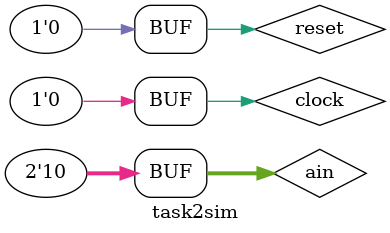
<source format=v>
`timescale 1ns / 1ps


module task2sim(
    );
    wire yout;
	reg clock;
	reg reset;
	reg [1:0] ain;
 
    task2 DUT (.yout(yout), .clock(clock), .reset(reset), .ain(ain));   
    

    initial begin
        #0  clock=0; reset=1; ain[1:0]=2'b00; //0
        #5  clock=1; reset=1; ain[1:0]=2'b00;  //5
        #5  clock=0; reset=1; ain[1:0]=2'b00;  //10
        #5  clock=1; reset=1; ain[1:0]=2'b00;  //15
        #5  clock=0; reset=0; ain[1:0]=2'b00;  //20 
        #5  clock=1; reset=0; ain[1:0]=2'b00;  //25
        #5  clock=0; reset=0; ain[1:0]=2'b00;  //30
        #5  clock=1; reset=0; ain[1:0]=2'b00;  //35
        #5  clock=0; reset=0; ain[1:0]=2'b11;  //40
        #5  clock=1; reset=0; ain[1:0]=2'b11;  //45
        #5  clock=0; reset=0; ain[1:0]=2'b10;  //50
        #5  clock=1; reset=0; ain[1:0]=2'b10;  //55
        #5  clock=0; reset=0; ain[1:0]=2'b00;  //60
        #5  clock=1; reset=0; ain[1:0]=2'b00;  //65
        #5  clock=0; reset=0; ain[1:0]=2'b00;  //70
        #5  clock=1; reset=0; ain[1:0]=2'b00;  //75
        #5  clock=0; reset=0; ain[1:0]=2'b10; //80
        #5  clock=1; reset=0; ain[1:0]=2'b10;  //85
        #5  clock=0; reset=0; ain[1:0]=2'b00;  //90
        #5  clock=1; reset=0; ain[1:0]=2'b00;  //95
        #5  clock=0; reset=0; ain[1:0]=2'b11;  //100
        #5  clock=1; reset=0; ain[1:0]=2'b11;  //105
        #5  clock=0; reset=0; ain[1:0]=2'b00;  //110
        #5  clock=1; reset=0; ain[1:0]=2'b00;  //115
        #5  clock=0; reset=0; ain[1:0]=2'b01;  //120
        #5  clock=1; reset=0; ain[1:0]=2'b01;  //125
        #5  clock=0; reset=0; ain[1:0]=2'b00;  //130
        #5  clock=1; reset=0; ain[1:0]=2'b00;  //135
        #5  clock=0; reset=0; ain[1:0]=2'b10;  //140
        #5  clock=1; reset=0; ain[1:0]=2'b10;  //145
        #5  clock=0; reset=0; ain[1:0]=2'b11;  //150
        #5  clock=1; reset=0; ain[1:0]=2'b11;  //155
        #5  clock=0; reset=0; ain[1:0]=2'b00;  //160
        #5  clock=1; reset=0; ain[1:0]=2'b00;  //165
        #5  clock=0; reset=1; ain[1:0]=2'b00;  //170
        #5  clock=1; reset=1; ain[1:0]=2'b00;  //175
        #5  clock=0; reset=0; ain[1:0]=2'b00;  //180
        #5  clock=1; reset=0; ain[1:0]=2'b00;  //185
        #5  clock=0; reset=0; ain[1:0]=2'b10;  //190
        #5  clock=1; reset=0; ain[1:0]=2'b10;  //195
        #5  clock=0; reset=0; ain[1:0]=2'b10;  //200

       
    end
endmodule

</source>
